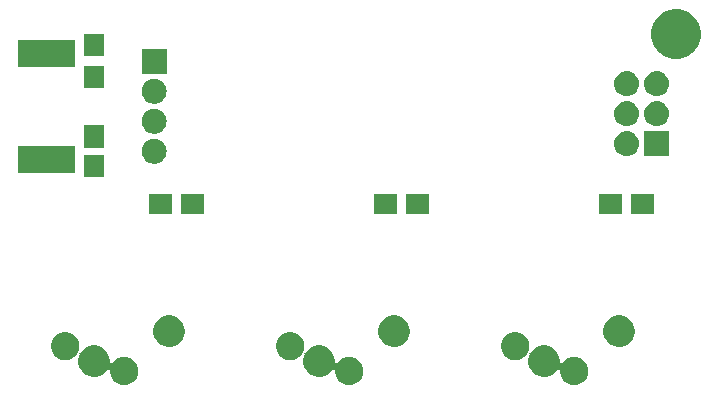
<source format=gbr>
G04 #@! TF.GenerationSoftware,KiCad,Pcbnew,(5.0.1)-4*
G04 #@! TF.CreationDate,2019-08-19T00:57:11-04:00*
G04 #@! TF.ProjectId,KeebCard,4B656562436172642E6B696361645F70,rev?*
G04 #@! TF.SameCoordinates,Original*
G04 #@! TF.FileFunction,Soldermask,Top*
G04 #@! TF.FilePolarity,Negative*
%FSLAX46Y46*%
G04 Gerber Fmt 4.6, Leading zero omitted, Abs format (unit mm)*
G04 Created by KiCad (PCBNEW (5.0.1)-4) date 8/19/2019 12:57:11 AM*
%MOMM*%
%LPD*%
G01*
G04 APERTURE LIST*
%ADD10C,0.100000*%
G04 APERTURE END LIST*
D10*
G36*
X151227316Y-126588882D02*
X151304190Y-126604173D01*
X151352720Y-126624275D01*
X151521426Y-126694155D01*
X151521429Y-126694157D01*
X151716940Y-126824793D01*
X151883207Y-126991060D01*
X152013843Y-127186571D01*
X152013845Y-127186574D01*
X152103827Y-127403811D01*
X152149700Y-127634429D01*
X152149700Y-127869571D01*
X152103827Y-128100189D01*
X152068283Y-128186000D01*
X152061170Y-128209449D01*
X152058768Y-128233835D01*
X152061170Y-128258221D01*
X152068283Y-128281670D01*
X152079834Y-128303281D01*
X152095380Y-128322223D01*
X152114322Y-128337769D01*
X152135933Y-128349320D01*
X152159382Y-128356433D01*
X152183768Y-128358835D01*
X152208154Y-128356433D01*
X152231603Y-128349320D01*
X152253214Y-128337769D01*
X152272156Y-128322223D01*
X152287702Y-128303282D01*
X152372824Y-128175888D01*
X152372825Y-128175887D01*
X152372827Y-128175884D01*
X152559884Y-127988827D01*
X152779854Y-127841847D01*
X153024262Y-127740610D01*
X153283725Y-127689000D01*
X153548275Y-127689000D01*
X153807738Y-127740610D01*
X154052146Y-127841847D01*
X154272116Y-127988827D01*
X154459173Y-128175884D01*
X154459175Y-128175887D01*
X154459176Y-128175888D01*
X154544298Y-128303282D01*
X154606153Y-128395854D01*
X154707390Y-128640262D01*
X154759000Y-128899725D01*
X154759000Y-129082764D01*
X154761402Y-129107150D01*
X154768515Y-129130599D01*
X154780066Y-129152210D01*
X154795612Y-129171152D01*
X154814554Y-129186698D01*
X154836165Y-129198249D01*
X154859614Y-129205362D01*
X154884000Y-129207764D01*
X154908386Y-129205362D01*
X154931835Y-129198249D01*
X154953446Y-129186698D01*
X154972388Y-129171152D01*
X154987933Y-129152211D01*
X155028793Y-129091060D01*
X155195060Y-128924793D01*
X155390571Y-128794157D01*
X155390574Y-128794155D01*
X155531005Y-128735987D01*
X155607810Y-128704173D01*
X155684684Y-128688882D01*
X155838429Y-128658300D01*
X156073571Y-128658300D01*
X156227316Y-128688882D01*
X156304190Y-128704173D01*
X156380995Y-128735987D01*
X156521426Y-128794155D01*
X156521429Y-128794157D01*
X156716940Y-128924793D01*
X156883207Y-129091060D01*
X156947110Y-129186698D01*
X157013845Y-129286574D01*
X157070660Y-129423738D01*
X157103827Y-129503810D01*
X157149700Y-129734431D01*
X157149700Y-129969569D01*
X157103827Y-130200190D01*
X157072013Y-130276995D01*
X157013845Y-130417426D01*
X157013843Y-130417429D01*
X156883207Y-130612940D01*
X156716940Y-130779207D01*
X156521429Y-130909843D01*
X156521426Y-130909845D01*
X156380995Y-130968013D01*
X156304190Y-130999827D01*
X156227316Y-131015118D01*
X156073571Y-131045700D01*
X155838429Y-131045700D01*
X155684684Y-131015118D01*
X155607810Y-130999827D01*
X155531005Y-130968013D01*
X155390574Y-130909845D01*
X155390571Y-130909843D01*
X155195060Y-130779207D01*
X155028793Y-130612940D01*
X154898157Y-130417429D01*
X154898155Y-130417426D01*
X154839987Y-130276995D01*
X154808173Y-130200190D01*
X154762300Y-129969569D01*
X154762300Y-129846526D01*
X154759898Y-129822140D01*
X154752785Y-129798691D01*
X154741234Y-129777080D01*
X154725688Y-129758138D01*
X154706746Y-129742592D01*
X154685135Y-129731041D01*
X154661686Y-129723928D01*
X154637300Y-129721526D01*
X154612914Y-129723928D01*
X154589465Y-129731041D01*
X154567854Y-129742592D01*
X154548912Y-129758138D01*
X154533367Y-129777079D01*
X154459176Y-129888113D01*
X154272116Y-130075173D01*
X154052146Y-130222153D01*
X153807738Y-130323390D01*
X153548275Y-130375000D01*
X153283725Y-130375000D01*
X153024262Y-130323390D01*
X152779854Y-130222153D01*
X152559884Y-130075173D01*
X152372827Y-129888116D01*
X152263120Y-129723928D01*
X152225849Y-129668149D01*
X152225847Y-129668146D01*
X152124610Y-129423738D01*
X152073000Y-129164275D01*
X152073000Y-128899725D01*
X152124610Y-128640261D01*
X152171408Y-128527281D01*
X152178521Y-128503832D01*
X152180923Y-128479446D01*
X152178521Y-128455060D01*
X152171408Y-128431610D01*
X152159857Y-128410000D01*
X152144311Y-128391058D01*
X152125369Y-128375512D01*
X152103758Y-128363961D01*
X152080309Y-128356848D01*
X152055923Y-128354446D01*
X152031537Y-128356848D01*
X152008087Y-128363961D01*
X151986477Y-128375512D01*
X151967535Y-128391058D01*
X151951990Y-128409999D01*
X151883207Y-128512940D01*
X151716940Y-128679207D01*
X151544908Y-128794155D01*
X151521426Y-128809845D01*
X151380995Y-128868013D01*
X151304190Y-128899827D01*
X151227316Y-128915118D01*
X151073571Y-128945700D01*
X150838429Y-128945700D01*
X150684684Y-128915118D01*
X150607810Y-128899827D01*
X150531005Y-128868013D01*
X150390574Y-128809845D01*
X150367092Y-128794155D01*
X150195060Y-128679207D01*
X150028793Y-128512940D01*
X149898157Y-128317429D01*
X149898155Y-128317426D01*
X149808173Y-128100189D01*
X149762300Y-127869571D01*
X149762300Y-127634429D01*
X149808173Y-127403811D01*
X149898155Y-127186574D01*
X149898157Y-127186571D01*
X150028793Y-126991060D01*
X150195060Y-126824793D01*
X150390571Y-126694157D01*
X150390574Y-126694155D01*
X150559280Y-126624275D01*
X150607810Y-126604173D01*
X150684684Y-126588882D01*
X150838429Y-126558300D01*
X151073571Y-126558300D01*
X151227316Y-126588882D01*
X151227316Y-126588882D01*
G37*
G36*
X132177316Y-126588882D02*
X132254190Y-126604173D01*
X132302720Y-126624275D01*
X132471426Y-126694155D01*
X132471429Y-126694157D01*
X132666940Y-126824793D01*
X132833207Y-126991060D01*
X132963843Y-127186571D01*
X132963845Y-127186574D01*
X133053827Y-127403811D01*
X133099700Y-127634429D01*
X133099700Y-127869571D01*
X133053827Y-128100189D01*
X133018283Y-128186000D01*
X133011170Y-128209449D01*
X133008768Y-128233835D01*
X133011170Y-128258221D01*
X133018283Y-128281670D01*
X133029834Y-128303281D01*
X133045380Y-128322223D01*
X133064322Y-128337769D01*
X133085933Y-128349320D01*
X133109382Y-128356433D01*
X133133768Y-128358835D01*
X133158154Y-128356433D01*
X133181603Y-128349320D01*
X133203214Y-128337769D01*
X133222156Y-128322223D01*
X133237702Y-128303282D01*
X133322824Y-128175888D01*
X133322825Y-128175887D01*
X133322827Y-128175884D01*
X133509884Y-127988827D01*
X133729854Y-127841847D01*
X133974262Y-127740610D01*
X134233725Y-127689000D01*
X134498275Y-127689000D01*
X134757738Y-127740610D01*
X135002146Y-127841847D01*
X135222116Y-127988827D01*
X135409173Y-128175884D01*
X135409175Y-128175887D01*
X135409176Y-128175888D01*
X135494298Y-128303282D01*
X135556153Y-128395854D01*
X135657390Y-128640262D01*
X135709000Y-128899725D01*
X135709000Y-129082764D01*
X135711402Y-129107150D01*
X135718515Y-129130599D01*
X135730066Y-129152210D01*
X135745612Y-129171152D01*
X135764554Y-129186698D01*
X135786165Y-129198249D01*
X135809614Y-129205362D01*
X135834000Y-129207764D01*
X135858386Y-129205362D01*
X135881835Y-129198249D01*
X135903446Y-129186698D01*
X135922388Y-129171152D01*
X135937933Y-129152211D01*
X135978793Y-129091060D01*
X136145060Y-128924793D01*
X136340571Y-128794157D01*
X136340574Y-128794155D01*
X136481005Y-128735987D01*
X136557810Y-128704173D01*
X136634684Y-128688882D01*
X136788429Y-128658300D01*
X137023571Y-128658300D01*
X137177316Y-128688882D01*
X137254190Y-128704173D01*
X137330995Y-128735987D01*
X137471426Y-128794155D01*
X137471429Y-128794157D01*
X137666940Y-128924793D01*
X137833207Y-129091060D01*
X137897110Y-129186698D01*
X137963845Y-129286574D01*
X138020660Y-129423738D01*
X138053827Y-129503810D01*
X138099700Y-129734431D01*
X138099700Y-129969569D01*
X138053827Y-130200190D01*
X138022013Y-130276995D01*
X137963845Y-130417426D01*
X137963843Y-130417429D01*
X137833207Y-130612940D01*
X137666940Y-130779207D01*
X137471429Y-130909843D01*
X137471426Y-130909845D01*
X137330995Y-130968013D01*
X137254190Y-130999827D01*
X137177316Y-131015118D01*
X137023571Y-131045700D01*
X136788429Y-131045700D01*
X136634684Y-131015118D01*
X136557810Y-130999827D01*
X136481005Y-130968013D01*
X136340574Y-130909845D01*
X136340571Y-130909843D01*
X136145060Y-130779207D01*
X135978793Y-130612940D01*
X135848157Y-130417429D01*
X135848155Y-130417426D01*
X135789987Y-130276995D01*
X135758173Y-130200190D01*
X135712300Y-129969569D01*
X135712300Y-129846526D01*
X135709898Y-129822140D01*
X135702785Y-129798691D01*
X135691234Y-129777080D01*
X135675688Y-129758138D01*
X135656746Y-129742592D01*
X135635135Y-129731041D01*
X135611686Y-129723928D01*
X135587300Y-129721526D01*
X135562914Y-129723928D01*
X135539465Y-129731041D01*
X135517854Y-129742592D01*
X135498912Y-129758138D01*
X135483367Y-129777079D01*
X135409176Y-129888113D01*
X135222116Y-130075173D01*
X135002146Y-130222153D01*
X134757738Y-130323390D01*
X134498275Y-130375000D01*
X134233725Y-130375000D01*
X133974262Y-130323390D01*
X133729854Y-130222153D01*
X133509884Y-130075173D01*
X133322827Y-129888116D01*
X133213120Y-129723928D01*
X133175849Y-129668149D01*
X133175847Y-129668146D01*
X133074610Y-129423738D01*
X133023000Y-129164275D01*
X133023000Y-128899725D01*
X133074610Y-128640261D01*
X133121408Y-128527281D01*
X133128521Y-128503832D01*
X133130923Y-128479446D01*
X133128521Y-128455060D01*
X133121408Y-128431610D01*
X133109857Y-128410000D01*
X133094311Y-128391058D01*
X133075369Y-128375512D01*
X133053758Y-128363961D01*
X133030309Y-128356848D01*
X133005923Y-128354446D01*
X132981537Y-128356848D01*
X132958087Y-128363961D01*
X132936477Y-128375512D01*
X132917535Y-128391058D01*
X132901990Y-128409999D01*
X132833207Y-128512940D01*
X132666940Y-128679207D01*
X132494908Y-128794155D01*
X132471426Y-128809845D01*
X132330995Y-128868013D01*
X132254190Y-128899827D01*
X132177316Y-128915118D01*
X132023571Y-128945700D01*
X131788429Y-128945700D01*
X131634684Y-128915118D01*
X131557810Y-128899827D01*
X131481005Y-128868013D01*
X131340574Y-128809845D01*
X131317092Y-128794155D01*
X131145060Y-128679207D01*
X130978793Y-128512940D01*
X130848157Y-128317429D01*
X130848155Y-128317426D01*
X130758173Y-128100189D01*
X130712300Y-127869571D01*
X130712300Y-127634429D01*
X130758173Y-127403811D01*
X130848155Y-127186574D01*
X130848157Y-127186571D01*
X130978793Y-126991060D01*
X131145060Y-126824793D01*
X131340571Y-126694157D01*
X131340574Y-126694155D01*
X131509280Y-126624275D01*
X131557810Y-126604173D01*
X131634684Y-126588882D01*
X131788429Y-126558300D01*
X132023571Y-126558300D01*
X132177316Y-126588882D01*
X132177316Y-126588882D01*
G37*
G36*
X170277316Y-126588882D02*
X170354190Y-126604173D01*
X170402720Y-126624275D01*
X170571426Y-126694155D01*
X170571429Y-126694157D01*
X170766940Y-126824793D01*
X170933207Y-126991060D01*
X171063843Y-127186571D01*
X171063845Y-127186574D01*
X171153827Y-127403811D01*
X171199700Y-127634429D01*
X171199700Y-127869571D01*
X171153827Y-128100189D01*
X171118283Y-128186000D01*
X171111170Y-128209449D01*
X171108768Y-128233835D01*
X171111170Y-128258221D01*
X171118283Y-128281670D01*
X171129834Y-128303281D01*
X171145380Y-128322223D01*
X171164322Y-128337769D01*
X171185933Y-128349320D01*
X171209382Y-128356433D01*
X171233768Y-128358835D01*
X171258154Y-128356433D01*
X171281603Y-128349320D01*
X171303214Y-128337769D01*
X171322156Y-128322223D01*
X171337702Y-128303282D01*
X171422824Y-128175888D01*
X171422825Y-128175887D01*
X171422827Y-128175884D01*
X171609884Y-127988827D01*
X171829854Y-127841847D01*
X172074262Y-127740610D01*
X172333725Y-127689000D01*
X172598275Y-127689000D01*
X172857738Y-127740610D01*
X173102146Y-127841847D01*
X173322116Y-127988827D01*
X173509173Y-128175884D01*
X173509175Y-128175887D01*
X173509176Y-128175888D01*
X173594298Y-128303282D01*
X173656153Y-128395854D01*
X173757390Y-128640262D01*
X173809000Y-128899725D01*
X173809000Y-129082764D01*
X173811402Y-129107150D01*
X173818515Y-129130599D01*
X173830066Y-129152210D01*
X173845612Y-129171152D01*
X173864554Y-129186698D01*
X173886165Y-129198249D01*
X173909614Y-129205362D01*
X173934000Y-129207764D01*
X173958386Y-129205362D01*
X173981835Y-129198249D01*
X174003446Y-129186698D01*
X174022388Y-129171152D01*
X174037933Y-129152211D01*
X174078793Y-129091060D01*
X174245060Y-128924793D01*
X174440571Y-128794157D01*
X174440574Y-128794155D01*
X174581005Y-128735987D01*
X174657810Y-128704173D01*
X174734684Y-128688882D01*
X174888429Y-128658300D01*
X175123571Y-128658300D01*
X175277316Y-128688882D01*
X175354190Y-128704173D01*
X175430995Y-128735987D01*
X175571426Y-128794155D01*
X175571429Y-128794157D01*
X175766940Y-128924793D01*
X175933207Y-129091060D01*
X175997110Y-129186698D01*
X176063845Y-129286574D01*
X176120660Y-129423738D01*
X176153827Y-129503810D01*
X176199700Y-129734431D01*
X176199700Y-129969569D01*
X176153827Y-130200190D01*
X176122013Y-130276995D01*
X176063845Y-130417426D01*
X176063843Y-130417429D01*
X175933207Y-130612940D01*
X175766940Y-130779207D01*
X175571429Y-130909843D01*
X175571426Y-130909845D01*
X175430995Y-130968013D01*
X175354190Y-130999827D01*
X175277316Y-131015118D01*
X175123571Y-131045700D01*
X174888429Y-131045700D01*
X174734684Y-131015118D01*
X174657810Y-130999827D01*
X174581005Y-130968013D01*
X174440574Y-130909845D01*
X174440571Y-130909843D01*
X174245060Y-130779207D01*
X174078793Y-130612940D01*
X173948157Y-130417429D01*
X173948155Y-130417426D01*
X173889987Y-130276995D01*
X173858173Y-130200190D01*
X173812300Y-129969569D01*
X173812300Y-129846526D01*
X173809898Y-129822140D01*
X173802785Y-129798691D01*
X173791234Y-129777080D01*
X173775688Y-129758138D01*
X173756746Y-129742592D01*
X173735135Y-129731041D01*
X173711686Y-129723928D01*
X173687300Y-129721526D01*
X173662914Y-129723928D01*
X173639465Y-129731041D01*
X173617854Y-129742592D01*
X173598912Y-129758138D01*
X173583367Y-129777079D01*
X173509176Y-129888113D01*
X173322116Y-130075173D01*
X173102146Y-130222153D01*
X172857738Y-130323390D01*
X172598275Y-130375000D01*
X172333725Y-130375000D01*
X172074262Y-130323390D01*
X171829854Y-130222153D01*
X171609884Y-130075173D01*
X171422827Y-129888116D01*
X171313120Y-129723928D01*
X171275849Y-129668149D01*
X171275847Y-129668146D01*
X171174610Y-129423738D01*
X171123000Y-129164275D01*
X171123000Y-128899725D01*
X171174610Y-128640261D01*
X171221408Y-128527281D01*
X171228521Y-128503832D01*
X171230923Y-128479446D01*
X171228521Y-128455060D01*
X171221408Y-128431610D01*
X171209857Y-128410000D01*
X171194311Y-128391058D01*
X171175369Y-128375512D01*
X171153758Y-128363961D01*
X171130309Y-128356848D01*
X171105923Y-128354446D01*
X171081537Y-128356848D01*
X171058087Y-128363961D01*
X171036477Y-128375512D01*
X171017535Y-128391058D01*
X171001990Y-128409999D01*
X170933207Y-128512940D01*
X170766940Y-128679207D01*
X170594908Y-128794155D01*
X170571426Y-128809845D01*
X170430995Y-128868013D01*
X170354190Y-128899827D01*
X170277316Y-128915118D01*
X170123571Y-128945700D01*
X169888429Y-128945700D01*
X169734684Y-128915118D01*
X169657810Y-128899827D01*
X169581005Y-128868013D01*
X169440574Y-128809845D01*
X169417092Y-128794155D01*
X169245060Y-128679207D01*
X169078793Y-128512940D01*
X168948157Y-128317429D01*
X168948155Y-128317426D01*
X168858173Y-128100189D01*
X168812300Y-127869571D01*
X168812300Y-127634429D01*
X168858173Y-127403811D01*
X168948155Y-127186574D01*
X168948157Y-127186571D01*
X169078793Y-126991060D01*
X169245060Y-126824793D01*
X169440571Y-126694157D01*
X169440574Y-126694155D01*
X169609280Y-126624275D01*
X169657810Y-126604173D01*
X169734684Y-126588882D01*
X169888429Y-126558300D01*
X170123571Y-126558300D01*
X170277316Y-126588882D01*
X170277316Y-126588882D01*
G37*
G36*
X179207738Y-125200610D02*
X179452146Y-125301847D01*
X179672116Y-125448827D01*
X179859173Y-125635884D01*
X180006153Y-125855854D01*
X180107390Y-126100262D01*
X180159000Y-126359725D01*
X180159000Y-126624275D01*
X180107390Y-126883738D01*
X180006153Y-127128146D01*
X180006151Y-127128149D01*
X179967113Y-127186574D01*
X179859173Y-127348116D01*
X179672116Y-127535173D01*
X179452146Y-127682153D01*
X179207738Y-127783390D01*
X178948275Y-127835000D01*
X178683725Y-127835000D01*
X178424262Y-127783390D01*
X178179854Y-127682153D01*
X177959884Y-127535173D01*
X177772827Y-127348116D01*
X177664888Y-127186574D01*
X177625849Y-127128149D01*
X177625847Y-127128146D01*
X177524610Y-126883738D01*
X177473000Y-126624275D01*
X177473000Y-126359725D01*
X177524610Y-126100262D01*
X177625847Y-125855854D01*
X177772827Y-125635884D01*
X177959884Y-125448827D01*
X178179854Y-125301847D01*
X178424262Y-125200610D01*
X178683725Y-125149000D01*
X178948275Y-125149000D01*
X179207738Y-125200610D01*
X179207738Y-125200610D01*
G37*
G36*
X160157738Y-125200610D02*
X160402146Y-125301847D01*
X160622116Y-125448827D01*
X160809173Y-125635884D01*
X160956153Y-125855854D01*
X161057390Y-126100262D01*
X161109000Y-126359725D01*
X161109000Y-126624275D01*
X161057390Y-126883738D01*
X160956153Y-127128146D01*
X160956151Y-127128149D01*
X160917113Y-127186574D01*
X160809173Y-127348116D01*
X160622116Y-127535173D01*
X160402146Y-127682153D01*
X160157738Y-127783390D01*
X159898275Y-127835000D01*
X159633725Y-127835000D01*
X159374262Y-127783390D01*
X159129854Y-127682153D01*
X158909884Y-127535173D01*
X158722827Y-127348116D01*
X158614888Y-127186574D01*
X158575849Y-127128149D01*
X158575847Y-127128146D01*
X158474610Y-126883738D01*
X158423000Y-126624275D01*
X158423000Y-126359725D01*
X158474610Y-126100262D01*
X158575847Y-125855854D01*
X158722827Y-125635884D01*
X158909884Y-125448827D01*
X159129854Y-125301847D01*
X159374262Y-125200610D01*
X159633725Y-125149000D01*
X159898275Y-125149000D01*
X160157738Y-125200610D01*
X160157738Y-125200610D01*
G37*
G36*
X141107738Y-125200610D02*
X141352146Y-125301847D01*
X141572116Y-125448827D01*
X141759173Y-125635884D01*
X141906153Y-125855854D01*
X142007390Y-126100262D01*
X142059000Y-126359725D01*
X142059000Y-126624275D01*
X142007390Y-126883738D01*
X141906153Y-127128146D01*
X141906151Y-127128149D01*
X141867113Y-127186574D01*
X141759173Y-127348116D01*
X141572116Y-127535173D01*
X141352146Y-127682153D01*
X141107738Y-127783390D01*
X140848275Y-127835000D01*
X140583725Y-127835000D01*
X140324262Y-127783390D01*
X140079854Y-127682153D01*
X139859884Y-127535173D01*
X139672827Y-127348116D01*
X139564888Y-127186574D01*
X139525849Y-127128149D01*
X139525847Y-127128146D01*
X139424610Y-126883738D01*
X139373000Y-126624275D01*
X139373000Y-126359725D01*
X139424610Y-126100262D01*
X139525847Y-125855854D01*
X139672827Y-125635884D01*
X139859884Y-125448827D01*
X140079854Y-125301847D01*
X140324262Y-125200610D01*
X140583725Y-125149000D01*
X140848275Y-125149000D01*
X141107738Y-125200610D01*
X141107738Y-125200610D01*
G37*
G36*
X179051000Y-116547000D02*
X177151000Y-116547000D01*
X177151000Y-114847000D01*
X179051000Y-114847000D01*
X179051000Y-116547000D01*
X179051000Y-116547000D01*
G37*
G36*
X181751000Y-116547000D02*
X179851000Y-116547000D01*
X179851000Y-114847000D01*
X181751000Y-114847000D01*
X181751000Y-116547000D01*
X181751000Y-116547000D01*
G37*
G36*
X160001000Y-116547000D02*
X158101000Y-116547000D01*
X158101000Y-114847000D01*
X160001000Y-114847000D01*
X160001000Y-116547000D01*
X160001000Y-116547000D01*
G37*
G36*
X140951000Y-116547000D02*
X139051000Y-116547000D01*
X139051000Y-114847000D01*
X140951000Y-114847000D01*
X140951000Y-116547000D01*
X140951000Y-116547000D01*
G37*
G36*
X143651000Y-116547000D02*
X141751000Y-116547000D01*
X141751000Y-114847000D01*
X143651000Y-114847000D01*
X143651000Y-116547000D01*
X143651000Y-116547000D01*
G37*
G36*
X162701000Y-116547000D02*
X160801000Y-116547000D01*
X160801000Y-114847000D01*
X162701000Y-114847000D01*
X162701000Y-116547000D01*
X162701000Y-116547000D01*
G37*
G36*
X135191000Y-113452000D02*
X133541000Y-113452000D01*
X133541000Y-111552000D01*
X135191000Y-111552000D01*
X135191000Y-113452000D01*
X135191000Y-113452000D01*
G37*
G36*
X132756000Y-113114500D02*
X127896000Y-113114500D01*
X127896000Y-110809500D01*
X132756000Y-110809500D01*
X132756000Y-113114500D01*
X132756000Y-113114500D01*
G37*
G36*
X139574707Y-110209596D02*
X139651836Y-110217193D01*
X139783787Y-110257220D01*
X139849763Y-110277233D01*
X140032172Y-110374733D01*
X140192054Y-110505946D01*
X140323267Y-110665828D01*
X140420767Y-110848237D01*
X140420767Y-110848238D01*
X140480807Y-111046164D01*
X140501080Y-111252000D01*
X140480807Y-111457836D01*
X140452243Y-111552000D01*
X140420767Y-111655763D01*
X140323267Y-111838172D01*
X140192054Y-111998054D01*
X140032172Y-112129267D01*
X139849763Y-112226767D01*
X139783787Y-112246780D01*
X139651836Y-112286807D01*
X139574707Y-112294404D01*
X139497580Y-112302000D01*
X139394420Y-112302000D01*
X139317293Y-112294404D01*
X139240164Y-112286807D01*
X139108213Y-112246780D01*
X139042237Y-112226767D01*
X138859828Y-112129267D01*
X138699946Y-111998054D01*
X138568733Y-111838172D01*
X138471233Y-111655763D01*
X138439757Y-111552000D01*
X138411193Y-111457836D01*
X138390920Y-111252000D01*
X138411193Y-111046164D01*
X138471233Y-110848238D01*
X138471233Y-110848237D01*
X138568733Y-110665828D01*
X138699946Y-110505946D01*
X138859828Y-110374733D01*
X139042237Y-110277233D01*
X139108213Y-110257220D01*
X139240164Y-110217193D01*
X139317293Y-110209596D01*
X139394420Y-110202000D01*
X139497580Y-110202000D01*
X139574707Y-110209596D01*
X139574707Y-110209596D01*
G37*
G36*
X179579707Y-109574596D02*
X179656836Y-109582193D01*
X179788787Y-109622220D01*
X179854763Y-109642233D01*
X180037172Y-109739733D01*
X180197054Y-109870946D01*
X180328267Y-110030828D01*
X180425767Y-110213237D01*
X180425767Y-110213238D01*
X180485807Y-110411164D01*
X180506080Y-110617000D01*
X180485807Y-110822836D01*
X180478101Y-110848238D01*
X180425767Y-111020763D01*
X180328267Y-111203172D01*
X180197054Y-111363054D01*
X180037172Y-111494267D01*
X179854763Y-111591767D01*
X179788787Y-111611780D01*
X179656836Y-111651807D01*
X179579707Y-111659404D01*
X179502580Y-111667000D01*
X179399420Y-111667000D01*
X179322293Y-111659404D01*
X179245164Y-111651807D01*
X179113213Y-111611780D01*
X179047237Y-111591767D01*
X178864828Y-111494267D01*
X178704946Y-111363054D01*
X178573733Y-111203172D01*
X178476233Y-111020763D01*
X178423899Y-110848238D01*
X178416193Y-110822836D01*
X178395920Y-110617000D01*
X178416193Y-110411164D01*
X178476233Y-110213238D01*
X178476233Y-110213237D01*
X178573733Y-110030828D01*
X178704946Y-109870946D01*
X178864828Y-109739733D01*
X179047237Y-109642233D01*
X179113213Y-109622220D01*
X179245164Y-109582193D01*
X179322293Y-109574596D01*
X179399420Y-109567000D01*
X179502580Y-109567000D01*
X179579707Y-109574596D01*
X179579707Y-109574596D01*
G37*
G36*
X183041000Y-111667000D02*
X180941000Y-111667000D01*
X180941000Y-109567000D01*
X183041000Y-109567000D01*
X183041000Y-111667000D01*
X183041000Y-111667000D01*
G37*
G36*
X135191000Y-110952000D02*
X133541000Y-110952000D01*
X133541000Y-109052000D01*
X135191000Y-109052000D01*
X135191000Y-110952000D01*
X135191000Y-110952000D01*
G37*
G36*
X139574707Y-107669596D02*
X139651836Y-107677193D01*
X139783787Y-107717220D01*
X139849763Y-107737233D01*
X140032172Y-107834733D01*
X140192054Y-107965946D01*
X140323267Y-108125828D01*
X140420767Y-108308237D01*
X140420767Y-108308238D01*
X140480807Y-108506164D01*
X140501080Y-108712000D01*
X140480807Y-108917836D01*
X140440780Y-109049787D01*
X140420767Y-109115763D01*
X140323267Y-109298172D01*
X140192054Y-109458054D01*
X140032172Y-109589267D01*
X139849763Y-109686767D01*
X139783787Y-109706780D01*
X139651836Y-109746807D01*
X139574707Y-109754403D01*
X139497580Y-109762000D01*
X139394420Y-109762000D01*
X139317293Y-109754403D01*
X139240164Y-109746807D01*
X139108213Y-109706780D01*
X139042237Y-109686767D01*
X138859828Y-109589267D01*
X138699946Y-109458054D01*
X138568733Y-109298172D01*
X138471233Y-109115763D01*
X138451220Y-109049787D01*
X138411193Y-108917836D01*
X138390920Y-108712000D01*
X138411193Y-108506164D01*
X138471233Y-108308238D01*
X138471233Y-108308237D01*
X138568733Y-108125828D01*
X138699946Y-107965946D01*
X138859828Y-107834733D01*
X139042237Y-107737233D01*
X139108213Y-107717220D01*
X139240164Y-107677193D01*
X139317293Y-107669596D01*
X139394420Y-107662000D01*
X139497580Y-107662000D01*
X139574707Y-107669596D01*
X139574707Y-107669596D01*
G37*
G36*
X179579707Y-107034596D02*
X179656836Y-107042193D01*
X179788787Y-107082220D01*
X179854763Y-107102233D01*
X180037172Y-107199733D01*
X180197054Y-107330946D01*
X180328267Y-107490828D01*
X180425767Y-107673237D01*
X180425767Y-107673238D01*
X180485807Y-107871164D01*
X180506080Y-108077000D01*
X180485807Y-108282836D01*
X180478101Y-108308238D01*
X180425767Y-108480763D01*
X180328267Y-108663172D01*
X180197054Y-108823054D01*
X180037172Y-108954267D01*
X179854763Y-109051767D01*
X179788787Y-109071780D01*
X179656836Y-109111807D01*
X179579707Y-109119404D01*
X179502580Y-109127000D01*
X179399420Y-109127000D01*
X179322293Y-109119404D01*
X179245164Y-109111807D01*
X179113213Y-109071780D01*
X179047237Y-109051767D01*
X178864828Y-108954267D01*
X178704946Y-108823054D01*
X178573733Y-108663172D01*
X178476233Y-108480763D01*
X178423899Y-108308238D01*
X178416193Y-108282836D01*
X178395920Y-108077000D01*
X178416193Y-107871164D01*
X178476233Y-107673238D01*
X178476233Y-107673237D01*
X178573733Y-107490828D01*
X178704946Y-107330946D01*
X178864828Y-107199733D01*
X179047237Y-107102233D01*
X179113213Y-107082220D01*
X179245164Y-107042193D01*
X179322293Y-107034596D01*
X179399420Y-107027000D01*
X179502580Y-107027000D01*
X179579707Y-107034596D01*
X179579707Y-107034596D01*
G37*
G36*
X182119707Y-107034596D02*
X182196836Y-107042193D01*
X182328787Y-107082220D01*
X182394763Y-107102233D01*
X182577172Y-107199733D01*
X182737054Y-107330946D01*
X182868267Y-107490828D01*
X182965767Y-107673237D01*
X182965767Y-107673238D01*
X183025807Y-107871164D01*
X183046080Y-108077000D01*
X183025807Y-108282836D01*
X183018101Y-108308238D01*
X182965767Y-108480763D01*
X182868267Y-108663172D01*
X182737054Y-108823054D01*
X182577172Y-108954267D01*
X182394763Y-109051767D01*
X182328787Y-109071780D01*
X182196836Y-109111807D01*
X182119707Y-109119404D01*
X182042580Y-109127000D01*
X181939420Y-109127000D01*
X181862293Y-109119404D01*
X181785164Y-109111807D01*
X181653213Y-109071780D01*
X181587237Y-109051767D01*
X181404828Y-108954267D01*
X181244946Y-108823054D01*
X181113733Y-108663172D01*
X181016233Y-108480763D01*
X180963899Y-108308238D01*
X180956193Y-108282836D01*
X180935920Y-108077000D01*
X180956193Y-107871164D01*
X181016233Y-107673238D01*
X181016233Y-107673237D01*
X181113733Y-107490828D01*
X181244946Y-107330946D01*
X181404828Y-107199733D01*
X181587237Y-107102233D01*
X181653213Y-107082220D01*
X181785164Y-107042193D01*
X181862293Y-107034596D01*
X181939420Y-107027000D01*
X182042580Y-107027000D01*
X182119707Y-107034596D01*
X182119707Y-107034596D01*
G37*
G36*
X139574707Y-105129596D02*
X139651836Y-105137193D01*
X139783787Y-105177220D01*
X139849763Y-105197233D01*
X140032172Y-105294733D01*
X140192054Y-105425946D01*
X140323267Y-105585828D01*
X140420767Y-105768237D01*
X140420767Y-105768238D01*
X140480807Y-105966164D01*
X140501080Y-106172000D01*
X140480807Y-106377836D01*
X140440780Y-106509787D01*
X140420767Y-106575763D01*
X140323267Y-106758172D01*
X140192054Y-106918054D01*
X140032172Y-107049267D01*
X139849763Y-107146767D01*
X139783787Y-107166780D01*
X139651836Y-107206807D01*
X139574707Y-107214404D01*
X139497580Y-107222000D01*
X139394420Y-107222000D01*
X139317293Y-107214404D01*
X139240164Y-107206807D01*
X139108213Y-107166780D01*
X139042237Y-107146767D01*
X138859828Y-107049267D01*
X138699946Y-106918054D01*
X138568733Y-106758172D01*
X138471233Y-106575763D01*
X138451220Y-106509787D01*
X138411193Y-106377836D01*
X138390920Y-106172000D01*
X138411193Y-105966164D01*
X138471233Y-105768238D01*
X138471233Y-105768237D01*
X138568733Y-105585828D01*
X138699946Y-105425946D01*
X138859828Y-105294733D01*
X139042237Y-105197233D01*
X139108213Y-105177220D01*
X139240164Y-105137193D01*
X139317293Y-105129597D01*
X139394420Y-105122000D01*
X139497580Y-105122000D01*
X139574707Y-105129596D01*
X139574707Y-105129596D01*
G37*
G36*
X179579707Y-104494596D02*
X179656836Y-104502193D01*
X179788787Y-104542220D01*
X179854763Y-104562233D01*
X180037172Y-104659733D01*
X180197054Y-104790946D01*
X180328267Y-104950828D01*
X180425767Y-105133237D01*
X180425767Y-105133238D01*
X180485807Y-105331164D01*
X180506080Y-105537000D01*
X180485807Y-105742836D01*
X180478101Y-105768238D01*
X180425767Y-105940763D01*
X180328267Y-106123172D01*
X180197054Y-106283054D01*
X180037172Y-106414267D01*
X179854763Y-106511767D01*
X179788787Y-106531780D01*
X179656836Y-106571807D01*
X179579707Y-106579403D01*
X179502580Y-106587000D01*
X179399420Y-106587000D01*
X179322293Y-106579403D01*
X179245164Y-106571807D01*
X179113213Y-106531780D01*
X179047237Y-106511767D01*
X178864828Y-106414267D01*
X178704946Y-106283054D01*
X178573733Y-106123172D01*
X178476233Y-105940763D01*
X178423899Y-105768238D01*
X178416193Y-105742836D01*
X178395920Y-105537000D01*
X178416193Y-105331164D01*
X178476233Y-105133238D01*
X178476233Y-105133237D01*
X178573733Y-104950828D01*
X178704946Y-104790946D01*
X178864828Y-104659733D01*
X179047237Y-104562233D01*
X179113213Y-104542220D01*
X179245164Y-104502193D01*
X179322293Y-104494596D01*
X179399420Y-104487000D01*
X179502580Y-104487000D01*
X179579707Y-104494596D01*
X179579707Y-104494596D01*
G37*
G36*
X182119707Y-104494596D02*
X182196836Y-104502193D01*
X182328787Y-104542220D01*
X182394763Y-104562233D01*
X182577172Y-104659733D01*
X182737054Y-104790946D01*
X182868267Y-104950828D01*
X182965767Y-105133237D01*
X182965767Y-105133238D01*
X183025807Y-105331164D01*
X183046080Y-105537000D01*
X183025807Y-105742836D01*
X183018101Y-105768238D01*
X182965767Y-105940763D01*
X182868267Y-106123172D01*
X182737054Y-106283054D01*
X182577172Y-106414267D01*
X182394763Y-106511767D01*
X182328787Y-106531780D01*
X182196836Y-106571807D01*
X182119707Y-106579403D01*
X182042580Y-106587000D01*
X181939420Y-106587000D01*
X181862293Y-106579403D01*
X181785164Y-106571807D01*
X181653213Y-106531780D01*
X181587237Y-106511767D01*
X181404828Y-106414267D01*
X181244946Y-106283054D01*
X181113733Y-106123172D01*
X181016233Y-105940763D01*
X180963899Y-105768238D01*
X180956193Y-105742836D01*
X180935920Y-105537000D01*
X180956193Y-105331164D01*
X181016233Y-105133238D01*
X181016233Y-105133237D01*
X181113733Y-104950828D01*
X181244946Y-104790946D01*
X181404828Y-104659733D01*
X181587237Y-104562233D01*
X181653213Y-104542220D01*
X181785164Y-104502193D01*
X181862293Y-104494596D01*
X181939420Y-104487000D01*
X182042580Y-104487000D01*
X182119707Y-104494596D01*
X182119707Y-104494596D01*
G37*
G36*
X135216000Y-105932000D02*
X133516000Y-105932000D01*
X133516000Y-104032000D01*
X135216000Y-104032000D01*
X135216000Y-105932000D01*
X135216000Y-105932000D01*
G37*
G36*
X140496000Y-104682000D02*
X138396000Y-104682000D01*
X138396000Y-102582000D01*
X140496000Y-102582000D01*
X140496000Y-104682000D01*
X140496000Y-104682000D01*
G37*
G36*
X132756000Y-104114500D02*
X127896000Y-104114500D01*
X127896000Y-101809500D01*
X132756000Y-101809500D01*
X132756000Y-104114500D01*
X132756000Y-104114500D01*
G37*
G36*
X184254547Y-99326701D02*
X184636722Y-99485003D01*
X184636723Y-99485004D01*
X184980672Y-99714823D01*
X185273177Y-100007328D01*
X185426390Y-100236627D01*
X185502997Y-100351278D01*
X185661299Y-100733453D01*
X185742000Y-101139167D01*
X185742000Y-101552833D01*
X185661299Y-101958547D01*
X185502997Y-102340722D01*
X185502996Y-102340723D01*
X185273177Y-102684672D01*
X184980672Y-102977177D01*
X184751373Y-103130390D01*
X184636722Y-103206997D01*
X184254547Y-103365299D01*
X183848833Y-103446000D01*
X183435167Y-103446000D01*
X183029453Y-103365299D01*
X182647278Y-103206997D01*
X182532627Y-103130390D01*
X182303328Y-102977177D01*
X182010823Y-102684672D01*
X181781004Y-102340723D01*
X181781003Y-102340722D01*
X181622701Y-101958547D01*
X181542000Y-101552833D01*
X181542000Y-101139167D01*
X181622701Y-100733453D01*
X181781003Y-100351278D01*
X181857610Y-100236627D01*
X182010823Y-100007328D01*
X182303328Y-99714823D01*
X182647277Y-99485004D01*
X182647278Y-99485003D01*
X183029453Y-99326701D01*
X183435167Y-99246000D01*
X183848833Y-99246000D01*
X184254547Y-99326701D01*
X184254547Y-99326701D01*
G37*
G36*
X135216000Y-103232000D02*
X133516000Y-103232000D01*
X133516000Y-101332000D01*
X135216000Y-101332000D01*
X135216000Y-103232000D01*
X135216000Y-103232000D01*
G37*
M02*

</source>
